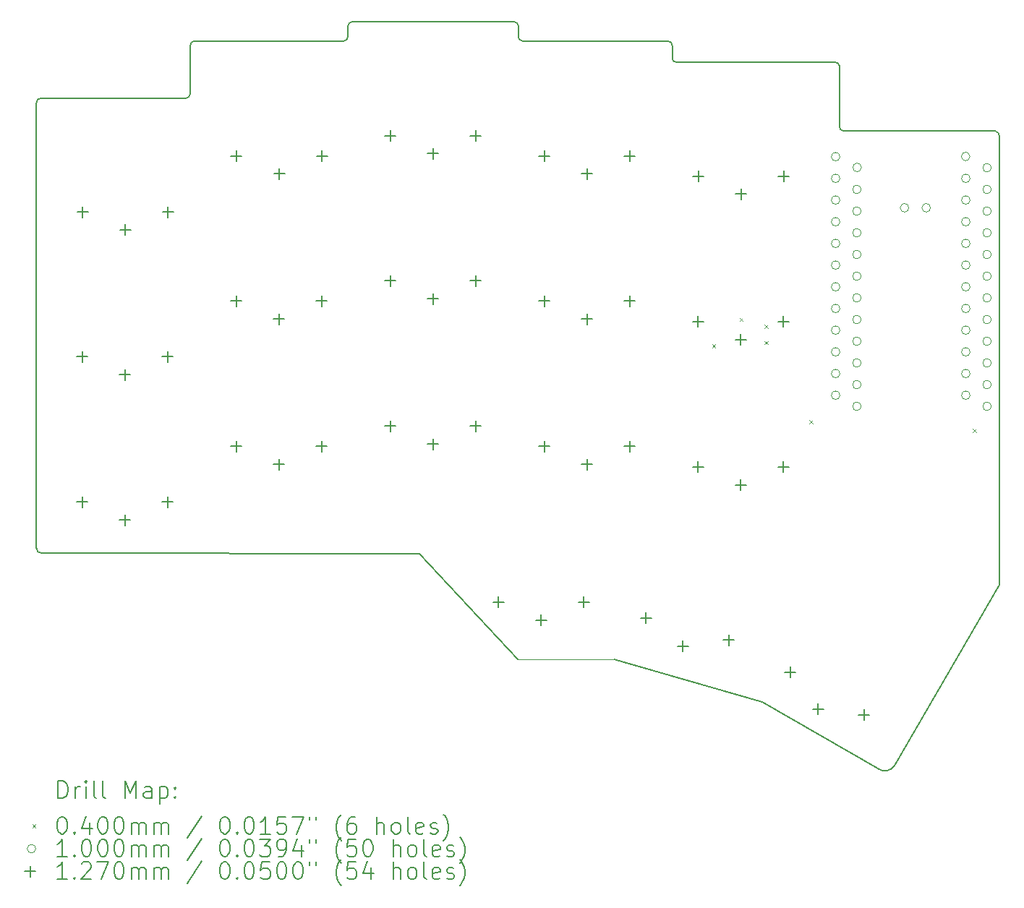
<source format=gbr>
%TF.GenerationSoftware,KiCad,Pcbnew,8.0.4*%
%TF.CreationDate,2024-09-02T16:23:28+07:00*%
%TF.ProjectId,cc36,63633336-2e6b-4696-9361-645f70636258,rev?*%
%TF.SameCoordinates,Original*%
%TF.FileFunction,Drillmap*%
%TF.FilePolarity,Positive*%
%FSLAX45Y45*%
G04 Gerber Fmt 4.5, Leading zero omitted, Abs format (unit mm)*
G04 Created by KiCad (PCBNEW 8.0.4) date 2024-09-02 16:23:28*
%MOMM*%
%LPD*%
G01*
G04 APERTURE LIST*
%ADD10C,0.100000*%
%ADD11C,0.150000*%
%ADD12C,0.200000*%
%ADD13C,0.127000*%
G04 APERTURE END LIST*
D10*
X13188000Y-12179000D02*
X14313719Y-12179315D01*
D11*
X16997964Y-5989871D02*
G75*
G02*
X16950098Y-5939002I2036J49871D01*
G01*
X9349048Y-5556798D02*
G75*
G02*
X9299048Y-5606798I-49998J-2D01*
G01*
X13241400Y-4937200D02*
G75*
G02*
X13191400Y-4887200I0J50000D01*
G01*
X13141400Y-4712200D02*
G75*
G02*
X13191400Y-4762200I0J-50000D01*
G01*
X7549200Y-10871200D02*
X7550000Y-5657200D01*
X9350000Y-4987200D02*
G75*
G02*
X9400000Y-4937200I50000J0D01*
G01*
X14942400Y-4937200D02*
X13241400Y-4937200D01*
X12034281Y-10939685D02*
X7609955Y-10936645D01*
X14942400Y-4937200D02*
G75*
G02*
X14992400Y-4987200I0J-50000D01*
G01*
X13141400Y-4712200D02*
X11245400Y-4712200D01*
X11145400Y-4937200D02*
X9400000Y-4937200D01*
X11195400Y-4887200D02*
G75*
G02*
X11145400Y-4937200I-50000J0D01*
G01*
X11195400Y-4762200D02*
X11195400Y-4887200D01*
X9350000Y-4987200D02*
X9349048Y-5556798D01*
X7609955Y-10936645D02*
G75*
G02*
X7549203Y-10871200I5J60925D01*
G01*
X16900789Y-5185798D02*
X15042400Y-5187200D01*
X14313719Y-12179315D02*
X16048900Y-12678200D01*
X12034281Y-10939685D02*
X13188000Y-12179000D01*
X9299048Y-5606798D02*
X7600000Y-5607200D01*
X7550000Y-5657200D02*
G75*
G02*
X7600000Y-5607200I50000J0D01*
G01*
X18774000Y-5989871D02*
G75*
G02*
X18824005Y-6055155I-17620J-65289D01*
G01*
X17597448Y-13422798D02*
X18822448Y-11304798D01*
X11195400Y-4762200D02*
G75*
G02*
X11245400Y-4712200I50000J0D01*
G01*
X18774000Y-5989871D02*
X16997964Y-5989871D01*
X14992400Y-5137200D02*
X14992400Y-4987200D01*
X18824000Y-6055155D02*
X18822448Y-11304798D01*
X17597448Y-13422798D02*
G75*
G02*
X17404649Y-13460744I-115298J77048D01*
G01*
X15042400Y-5187200D02*
G75*
G02*
X14992400Y-5137200I0J50000D01*
G01*
X13191400Y-4887200D02*
X13191400Y-4762200D01*
X16048900Y-12678200D02*
X17404647Y-13460747D01*
X16949779Y-5225800D02*
X16950000Y-5939000D01*
X16900789Y-5185798D02*
G75*
G02*
X16949782Y-5225799I2J-50002D01*
G01*
D12*
D10*
X15460000Y-8490000D02*
X15500000Y-8530000D01*
X15500000Y-8490000D02*
X15460000Y-8530000D01*
X15780000Y-8180000D02*
X15820000Y-8220000D01*
X15820000Y-8180000D02*
X15780000Y-8220000D01*
X16070000Y-8260000D02*
X16110000Y-8300000D01*
X16110000Y-8260000D02*
X16070000Y-8300000D01*
X16070000Y-8450000D02*
X16110000Y-8490000D01*
X16110000Y-8450000D02*
X16070000Y-8490000D01*
X16600000Y-9380000D02*
X16640000Y-9420000D01*
X16640000Y-9380000D02*
X16600000Y-9420000D01*
X18510000Y-9480000D02*
X18550000Y-9520000D01*
X18550000Y-9480000D02*
X18510000Y-9520000D01*
X16956000Y-6292000D02*
G75*
G02*
X16856000Y-6292000I-50000J0D01*
G01*
X16856000Y-6292000D02*
G75*
G02*
X16956000Y-6292000I50000J0D01*
G01*
X16956000Y-6546000D02*
G75*
G02*
X16856000Y-6546000I-50000J0D01*
G01*
X16856000Y-6546000D02*
G75*
G02*
X16956000Y-6546000I50000J0D01*
G01*
X16956000Y-6800000D02*
G75*
G02*
X16856000Y-6800000I-50000J0D01*
G01*
X16856000Y-6800000D02*
G75*
G02*
X16956000Y-6800000I50000J0D01*
G01*
X16956000Y-7054000D02*
G75*
G02*
X16856000Y-7054000I-50000J0D01*
G01*
X16856000Y-7054000D02*
G75*
G02*
X16956000Y-7054000I50000J0D01*
G01*
X16956000Y-7308000D02*
G75*
G02*
X16856000Y-7308000I-50000J0D01*
G01*
X16856000Y-7308000D02*
G75*
G02*
X16956000Y-7308000I50000J0D01*
G01*
X16956000Y-7562000D02*
G75*
G02*
X16856000Y-7562000I-50000J0D01*
G01*
X16856000Y-7562000D02*
G75*
G02*
X16956000Y-7562000I50000J0D01*
G01*
X16956000Y-7816000D02*
G75*
G02*
X16856000Y-7816000I-50000J0D01*
G01*
X16856000Y-7816000D02*
G75*
G02*
X16956000Y-7816000I50000J0D01*
G01*
X16956000Y-8070000D02*
G75*
G02*
X16856000Y-8070000I-50000J0D01*
G01*
X16856000Y-8070000D02*
G75*
G02*
X16956000Y-8070000I50000J0D01*
G01*
X16956000Y-8324000D02*
G75*
G02*
X16856000Y-8324000I-50000J0D01*
G01*
X16856000Y-8324000D02*
G75*
G02*
X16956000Y-8324000I50000J0D01*
G01*
X16956000Y-8578000D02*
G75*
G02*
X16856000Y-8578000I-50000J0D01*
G01*
X16856000Y-8578000D02*
G75*
G02*
X16956000Y-8578000I50000J0D01*
G01*
X16956000Y-8832000D02*
G75*
G02*
X16856000Y-8832000I-50000J0D01*
G01*
X16856000Y-8832000D02*
G75*
G02*
X16956000Y-8832000I50000J0D01*
G01*
X16956000Y-9086000D02*
G75*
G02*
X16856000Y-9086000I-50000J0D01*
G01*
X16856000Y-9086000D02*
G75*
G02*
X16956000Y-9086000I50000J0D01*
G01*
X17205000Y-6675000D02*
G75*
G02*
X17105000Y-6675000I-50000J0D01*
G01*
X17105000Y-6675000D02*
G75*
G02*
X17205000Y-6675000I50000J0D01*
G01*
X17205000Y-6929000D02*
G75*
G02*
X17105000Y-6929000I-50000J0D01*
G01*
X17105000Y-6929000D02*
G75*
G02*
X17205000Y-6929000I50000J0D01*
G01*
X17205000Y-7183000D02*
G75*
G02*
X17105000Y-7183000I-50000J0D01*
G01*
X17105000Y-7183000D02*
G75*
G02*
X17205000Y-7183000I50000J0D01*
G01*
X17205000Y-7437000D02*
G75*
G02*
X17105000Y-7437000I-50000J0D01*
G01*
X17105000Y-7437000D02*
G75*
G02*
X17205000Y-7437000I50000J0D01*
G01*
X17205000Y-7691000D02*
G75*
G02*
X17105000Y-7691000I-50000J0D01*
G01*
X17105000Y-7691000D02*
G75*
G02*
X17205000Y-7691000I50000J0D01*
G01*
X17205000Y-7945000D02*
G75*
G02*
X17105000Y-7945000I-50000J0D01*
G01*
X17105000Y-7945000D02*
G75*
G02*
X17205000Y-7945000I50000J0D01*
G01*
X17205000Y-8199000D02*
G75*
G02*
X17105000Y-8199000I-50000J0D01*
G01*
X17105000Y-8199000D02*
G75*
G02*
X17205000Y-8199000I50000J0D01*
G01*
X17205000Y-8453000D02*
G75*
G02*
X17105000Y-8453000I-50000J0D01*
G01*
X17105000Y-8453000D02*
G75*
G02*
X17205000Y-8453000I50000J0D01*
G01*
X17205000Y-8707000D02*
G75*
G02*
X17105000Y-8707000I-50000J0D01*
G01*
X17105000Y-8707000D02*
G75*
G02*
X17205000Y-8707000I50000J0D01*
G01*
X17205000Y-8961000D02*
G75*
G02*
X17105000Y-8961000I-50000J0D01*
G01*
X17105000Y-8961000D02*
G75*
G02*
X17205000Y-8961000I50000J0D01*
G01*
X17205000Y-9215000D02*
G75*
G02*
X17105000Y-9215000I-50000J0D01*
G01*
X17105000Y-9215000D02*
G75*
G02*
X17205000Y-9215000I50000J0D01*
G01*
X17207000Y-6418000D02*
G75*
G02*
X17107000Y-6418000I-50000J0D01*
G01*
X17107000Y-6418000D02*
G75*
G02*
X17207000Y-6418000I50000J0D01*
G01*
X17763000Y-6890000D02*
G75*
G02*
X17663000Y-6890000I-50000J0D01*
G01*
X17663000Y-6890000D02*
G75*
G02*
X17763000Y-6890000I50000J0D01*
G01*
X18017000Y-6890000D02*
G75*
G02*
X17917000Y-6890000I-50000J0D01*
G01*
X17917000Y-6890000D02*
G75*
G02*
X18017000Y-6890000I50000J0D01*
G01*
X18478000Y-6289000D02*
G75*
G02*
X18378000Y-6289000I-50000J0D01*
G01*
X18378000Y-6289000D02*
G75*
G02*
X18478000Y-6289000I50000J0D01*
G01*
X18480000Y-6546000D02*
G75*
G02*
X18380000Y-6546000I-50000J0D01*
G01*
X18380000Y-6546000D02*
G75*
G02*
X18480000Y-6546000I50000J0D01*
G01*
X18480000Y-6800000D02*
G75*
G02*
X18380000Y-6800000I-50000J0D01*
G01*
X18380000Y-6800000D02*
G75*
G02*
X18480000Y-6800000I50000J0D01*
G01*
X18480000Y-7054000D02*
G75*
G02*
X18380000Y-7054000I-50000J0D01*
G01*
X18380000Y-7054000D02*
G75*
G02*
X18480000Y-7054000I50000J0D01*
G01*
X18480000Y-7308000D02*
G75*
G02*
X18380000Y-7308000I-50000J0D01*
G01*
X18380000Y-7308000D02*
G75*
G02*
X18480000Y-7308000I50000J0D01*
G01*
X18480000Y-7562000D02*
G75*
G02*
X18380000Y-7562000I-50000J0D01*
G01*
X18380000Y-7562000D02*
G75*
G02*
X18480000Y-7562000I50000J0D01*
G01*
X18480000Y-7816000D02*
G75*
G02*
X18380000Y-7816000I-50000J0D01*
G01*
X18380000Y-7816000D02*
G75*
G02*
X18480000Y-7816000I50000J0D01*
G01*
X18480000Y-8070000D02*
G75*
G02*
X18380000Y-8070000I-50000J0D01*
G01*
X18380000Y-8070000D02*
G75*
G02*
X18480000Y-8070000I50000J0D01*
G01*
X18480000Y-8324000D02*
G75*
G02*
X18380000Y-8324000I-50000J0D01*
G01*
X18380000Y-8324000D02*
G75*
G02*
X18480000Y-8324000I50000J0D01*
G01*
X18480000Y-8578000D02*
G75*
G02*
X18380000Y-8578000I-50000J0D01*
G01*
X18380000Y-8578000D02*
G75*
G02*
X18480000Y-8578000I50000J0D01*
G01*
X18480000Y-8832000D02*
G75*
G02*
X18380000Y-8832000I-50000J0D01*
G01*
X18380000Y-8832000D02*
G75*
G02*
X18480000Y-8832000I50000J0D01*
G01*
X18480000Y-9086000D02*
G75*
G02*
X18380000Y-9086000I-50000J0D01*
G01*
X18380000Y-9086000D02*
G75*
G02*
X18480000Y-9086000I50000J0D01*
G01*
X18729000Y-6421000D02*
G75*
G02*
X18629000Y-6421000I-50000J0D01*
G01*
X18629000Y-6421000D02*
G75*
G02*
X18729000Y-6421000I50000J0D01*
G01*
X18729000Y-6675000D02*
G75*
G02*
X18629000Y-6675000I-50000J0D01*
G01*
X18629000Y-6675000D02*
G75*
G02*
X18729000Y-6675000I50000J0D01*
G01*
X18729000Y-6929000D02*
G75*
G02*
X18629000Y-6929000I-50000J0D01*
G01*
X18629000Y-6929000D02*
G75*
G02*
X18729000Y-6929000I50000J0D01*
G01*
X18729000Y-7183000D02*
G75*
G02*
X18629000Y-7183000I-50000J0D01*
G01*
X18629000Y-7183000D02*
G75*
G02*
X18729000Y-7183000I50000J0D01*
G01*
X18729000Y-7437000D02*
G75*
G02*
X18629000Y-7437000I-50000J0D01*
G01*
X18629000Y-7437000D02*
G75*
G02*
X18729000Y-7437000I50000J0D01*
G01*
X18729000Y-7691000D02*
G75*
G02*
X18629000Y-7691000I-50000J0D01*
G01*
X18629000Y-7691000D02*
G75*
G02*
X18729000Y-7691000I50000J0D01*
G01*
X18729000Y-7945000D02*
G75*
G02*
X18629000Y-7945000I-50000J0D01*
G01*
X18629000Y-7945000D02*
G75*
G02*
X18729000Y-7945000I50000J0D01*
G01*
X18729000Y-8199000D02*
G75*
G02*
X18629000Y-8199000I-50000J0D01*
G01*
X18629000Y-8199000D02*
G75*
G02*
X18729000Y-8199000I50000J0D01*
G01*
X18729000Y-8453000D02*
G75*
G02*
X18629000Y-8453000I-50000J0D01*
G01*
X18629000Y-8453000D02*
G75*
G02*
X18729000Y-8453000I50000J0D01*
G01*
X18729000Y-8707000D02*
G75*
G02*
X18629000Y-8707000I-50000J0D01*
G01*
X18629000Y-8707000D02*
G75*
G02*
X18729000Y-8707000I50000J0D01*
G01*
X18729000Y-8961000D02*
G75*
G02*
X18629000Y-8961000I-50000J0D01*
G01*
X18629000Y-8961000D02*
G75*
G02*
X18729000Y-8961000I50000J0D01*
G01*
X18729000Y-9215000D02*
G75*
G02*
X18629000Y-9215000I-50000J0D01*
G01*
X18629000Y-9215000D02*
G75*
G02*
X18729000Y-9215000I50000J0D01*
G01*
D13*
X8085200Y-8571500D02*
X8085200Y-8698500D01*
X8021700Y-8635000D02*
X8148700Y-8635000D01*
X8085200Y-10273300D02*
X8085200Y-10400300D01*
X8021700Y-10336800D02*
X8148700Y-10336800D01*
X8091000Y-6874500D02*
X8091000Y-7001500D01*
X8027500Y-6938000D02*
X8154500Y-6938000D01*
X8585200Y-8781500D02*
X8585200Y-8908500D01*
X8521700Y-8845000D02*
X8648700Y-8845000D01*
X8585200Y-10483300D02*
X8585200Y-10610300D01*
X8521700Y-10546800D02*
X8648700Y-10546800D01*
X8591000Y-7084500D02*
X8591000Y-7211500D01*
X8527500Y-7148000D02*
X8654500Y-7148000D01*
X9085200Y-8571500D02*
X9085200Y-8698500D01*
X9021700Y-8635000D02*
X9148700Y-8635000D01*
X9085200Y-10273300D02*
X9085200Y-10400300D01*
X9021700Y-10336800D02*
X9148700Y-10336800D01*
X9091000Y-6874500D02*
X9091000Y-7001500D01*
X9027500Y-6938000D02*
X9154500Y-6938000D01*
X9887000Y-7917500D02*
X9887000Y-8044500D01*
X9823500Y-7981000D02*
X9950500Y-7981000D01*
X9887000Y-9619300D02*
X9887000Y-9746300D01*
X9823500Y-9682800D02*
X9950500Y-9682800D01*
X9891000Y-6218500D02*
X9891000Y-6345500D01*
X9827500Y-6282000D02*
X9954500Y-6282000D01*
X10387000Y-8127500D02*
X10387000Y-8254500D01*
X10323500Y-8191000D02*
X10450500Y-8191000D01*
X10387000Y-9829300D02*
X10387000Y-9956300D01*
X10323500Y-9892800D02*
X10450500Y-9892800D01*
X10391000Y-6428500D02*
X10391000Y-6555500D01*
X10327500Y-6492000D02*
X10454500Y-6492000D01*
X10887000Y-7917500D02*
X10887000Y-8044500D01*
X10823500Y-7981000D02*
X10950500Y-7981000D01*
X10887000Y-9619300D02*
X10887000Y-9746300D01*
X10823500Y-9682800D02*
X10950500Y-9682800D01*
X10891000Y-6218500D02*
X10891000Y-6345500D01*
X10827500Y-6282000D02*
X10954500Y-6282000D01*
X11691000Y-5982500D02*
X11691000Y-6109500D01*
X11627500Y-6046000D02*
X11754500Y-6046000D01*
X11691000Y-7680500D02*
X11691000Y-7807500D01*
X11627500Y-7744000D02*
X11754500Y-7744000D01*
X11691000Y-9382300D02*
X11691000Y-9509300D01*
X11627500Y-9445800D02*
X11754500Y-9445800D01*
X12191000Y-6192500D02*
X12191000Y-6319500D01*
X12127500Y-6256000D02*
X12254500Y-6256000D01*
X12191000Y-7890500D02*
X12191000Y-8017500D01*
X12127500Y-7954000D02*
X12254500Y-7954000D01*
X12191000Y-9592300D02*
X12191000Y-9719300D01*
X12127500Y-9655800D02*
X12254500Y-9655800D01*
X12691000Y-5982500D02*
X12691000Y-6109500D01*
X12627500Y-6046000D02*
X12754500Y-6046000D01*
X12691000Y-7680500D02*
X12691000Y-7807500D01*
X12627500Y-7744000D02*
X12754500Y-7744000D01*
X12691000Y-9382300D02*
X12691000Y-9509300D01*
X12627500Y-9445800D02*
X12754500Y-9445800D01*
X12957000Y-11445500D02*
X12957000Y-11572500D01*
X12893500Y-11509000D02*
X13020500Y-11509000D01*
X13457000Y-11655500D02*
X13457000Y-11782500D01*
X13393500Y-11719000D02*
X13520500Y-11719000D01*
X13495400Y-6218500D02*
X13495400Y-6345500D01*
X13431900Y-6282000D02*
X13558900Y-6282000D01*
X13495400Y-7919700D02*
X13495400Y-8046700D01*
X13431900Y-7983200D02*
X13558900Y-7983200D01*
X13495400Y-9621500D02*
X13495400Y-9748500D01*
X13431900Y-9685000D02*
X13558900Y-9685000D01*
X13957000Y-11445500D02*
X13957000Y-11572500D01*
X13893500Y-11509000D02*
X14020500Y-11509000D01*
X13995400Y-6428500D02*
X13995400Y-6555500D01*
X13931900Y-6492000D02*
X14058900Y-6492000D01*
X13995400Y-8129700D02*
X13995400Y-8256700D01*
X13931900Y-8193200D02*
X14058900Y-8193200D01*
X13995400Y-9831500D02*
X13995400Y-9958500D01*
X13931900Y-9895000D02*
X14058900Y-9895000D01*
X14495400Y-6218500D02*
X14495400Y-6345500D01*
X14431900Y-6282000D02*
X14558900Y-6282000D01*
X14495400Y-7919700D02*
X14495400Y-8046700D01*
X14431900Y-7983200D02*
X14558900Y-7983200D01*
X14495400Y-9621500D02*
X14495400Y-9748500D01*
X14431900Y-9685000D02*
X14558900Y-9685000D01*
X14687389Y-11630246D02*
X14687389Y-11757246D01*
X14623889Y-11693746D02*
X14750889Y-11693746D01*
X15116000Y-11962500D02*
X15116000Y-12089500D01*
X15052500Y-12026000D02*
X15179500Y-12026000D01*
X15294000Y-8160500D02*
X15294000Y-8287500D01*
X15230500Y-8224000D02*
X15357500Y-8224000D01*
X15294000Y-9862300D02*
X15294000Y-9989300D01*
X15230500Y-9925800D02*
X15357500Y-9925800D01*
X15298800Y-6456500D02*
X15298800Y-6583500D01*
X15235300Y-6520000D02*
X15362300Y-6520000D01*
X15653315Y-11889065D02*
X15653315Y-12016065D01*
X15589815Y-11952565D02*
X15716815Y-11952565D01*
X15794000Y-8370500D02*
X15794000Y-8497500D01*
X15730500Y-8434000D02*
X15857500Y-8434000D01*
X15794000Y-10072300D02*
X15794000Y-10199300D01*
X15730500Y-10135800D02*
X15857500Y-10135800D01*
X15798800Y-6666500D02*
X15798800Y-6793500D01*
X15735300Y-6730000D02*
X15862300Y-6730000D01*
X16294000Y-8160500D02*
X16294000Y-8287500D01*
X16230500Y-8224000D02*
X16357500Y-8224000D01*
X16294000Y-9862300D02*
X16294000Y-9989300D01*
X16230500Y-9925800D02*
X16357500Y-9925800D01*
X16298800Y-6456500D02*
X16298800Y-6583500D01*
X16235300Y-6520000D02*
X16362300Y-6520000D01*
X16373987Y-12266635D02*
X16373987Y-12393635D01*
X16310487Y-12330135D02*
X16437487Y-12330135D01*
X16702000Y-12698500D02*
X16702000Y-12825500D01*
X16638500Y-12762000D02*
X16765500Y-12762000D01*
X17240013Y-12766635D02*
X17240013Y-12893635D01*
X17176513Y-12830135D02*
X17303513Y-12830135D01*
D12*
X7802312Y-13803406D02*
X7802312Y-13603406D01*
X7802312Y-13603406D02*
X7849931Y-13603406D01*
X7849931Y-13603406D02*
X7878503Y-13612930D01*
X7878503Y-13612930D02*
X7897550Y-13631978D01*
X7897550Y-13631978D02*
X7907074Y-13651025D01*
X7907074Y-13651025D02*
X7916598Y-13689120D01*
X7916598Y-13689120D02*
X7916598Y-13717692D01*
X7916598Y-13717692D02*
X7907074Y-13755787D01*
X7907074Y-13755787D02*
X7897550Y-13774835D01*
X7897550Y-13774835D02*
X7878503Y-13793882D01*
X7878503Y-13793882D02*
X7849931Y-13803406D01*
X7849931Y-13803406D02*
X7802312Y-13803406D01*
X8002312Y-13803406D02*
X8002312Y-13670073D01*
X8002312Y-13708168D02*
X8011836Y-13689120D01*
X8011836Y-13689120D02*
X8021360Y-13679597D01*
X8021360Y-13679597D02*
X8040407Y-13670073D01*
X8040407Y-13670073D02*
X8059455Y-13670073D01*
X8126122Y-13803406D02*
X8126122Y-13670073D01*
X8126122Y-13603406D02*
X8116598Y-13612930D01*
X8116598Y-13612930D02*
X8126122Y-13622454D01*
X8126122Y-13622454D02*
X8135645Y-13612930D01*
X8135645Y-13612930D02*
X8126122Y-13603406D01*
X8126122Y-13603406D02*
X8126122Y-13622454D01*
X8249931Y-13803406D02*
X8230883Y-13793882D01*
X8230883Y-13793882D02*
X8221360Y-13774835D01*
X8221360Y-13774835D02*
X8221360Y-13603406D01*
X8354693Y-13803406D02*
X8335645Y-13793882D01*
X8335645Y-13793882D02*
X8326122Y-13774835D01*
X8326122Y-13774835D02*
X8326122Y-13603406D01*
X8583265Y-13803406D02*
X8583265Y-13603406D01*
X8583265Y-13603406D02*
X8649931Y-13746263D01*
X8649931Y-13746263D02*
X8716598Y-13603406D01*
X8716598Y-13603406D02*
X8716598Y-13803406D01*
X8897550Y-13803406D02*
X8897550Y-13698644D01*
X8897550Y-13698644D02*
X8888026Y-13679597D01*
X8888026Y-13679597D02*
X8868979Y-13670073D01*
X8868979Y-13670073D02*
X8830884Y-13670073D01*
X8830884Y-13670073D02*
X8811836Y-13679597D01*
X8897550Y-13793882D02*
X8878503Y-13803406D01*
X8878503Y-13803406D02*
X8830884Y-13803406D01*
X8830884Y-13803406D02*
X8811836Y-13793882D01*
X8811836Y-13793882D02*
X8802312Y-13774835D01*
X8802312Y-13774835D02*
X8802312Y-13755787D01*
X8802312Y-13755787D02*
X8811836Y-13736739D01*
X8811836Y-13736739D02*
X8830884Y-13727216D01*
X8830884Y-13727216D02*
X8878503Y-13727216D01*
X8878503Y-13727216D02*
X8897550Y-13717692D01*
X8992788Y-13670073D02*
X8992788Y-13870073D01*
X8992788Y-13679597D02*
X9011836Y-13670073D01*
X9011836Y-13670073D02*
X9049931Y-13670073D01*
X9049931Y-13670073D02*
X9068979Y-13679597D01*
X9068979Y-13679597D02*
X9078503Y-13689120D01*
X9078503Y-13689120D02*
X9088026Y-13708168D01*
X9088026Y-13708168D02*
X9088026Y-13765311D01*
X9088026Y-13765311D02*
X9078503Y-13784358D01*
X9078503Y-13784358D02*
X9068979Y-13793882D01*
X9068979Y-13793882D02*
X9049931Y-13803406D01*
X9049931Y-13803406D02*
X9011836Y-13803406D01*
X9011836Y-13803406D02*
X8992788Y-13793882D01*
X9173741Y-13784358D02*
X9183265Y-13793882D01*
X9183265Y-13793882D02*
X9173741Y-13803406D01*
X9173741Y-13803406D02*
X9164217Y-13793882D01*
X9164217Y-13793882D02*
X9173741Y-13784358D01*
X9173741Y-13784358D02*
X9173741Y-13803406D01*
X9173741Y-13679597D02*
X9183265Y-13689120D01*
X9183265Y-13689120D02*
X9173741Y-13698644D01*
X9173741Y-13698644D02*
X9164217Y-13689120D01*
X9164217Y-13689120D02*
X9173741Y-13679597D01*
X9173741Y-13679597D02*
X9173741Y-13698644D01*
D10*
X7501535Y-14111922D02*
X7541535Y-14151922D01*
X7541535Y-14111922D02*
X7501535Y-14151922D01*
D12*
X7840407Y-14023406D02*
X7859455Y-14023406D01*
X7859455Y-14023406D02*
X7878503Y-14032930D01*
X7878503Y-14032930D02*
X7888026Y-14042454D01*
X7888026Y-14042454D02*
X7897550Y-14061501D01*
X7897550Y-14061501D02*
X7907074Y-14099597D01*
X7907074Y-14099597D02*
X7907074Y-14147216D01*
X7907074Y-14147216D02*
X7897550Y-14185311D01*
X7897550Y-14185311D02*
X7888026Y-14204358D01*
X7888026Y-14204358D02*
X7878503Y-14213882D01*
X7878503Y-14213882D02*
X7859455Y-14223406D01*
X7859455Y-14223406D02*
X7840407Y-14223406D01*
X7840407Y-14223406D02*
X7821360Y-14213882D01*
X7821360Y-14213882D02*
X7811836Y-14204358D01*
X7811836Y-14204358D02*
X7802312Y-14185311D01*
X7802312Y-14185311D02*
X7792788Y-14147216D01*
X7792788Y-14147216D02*
X7792788Y-14099597D01*
X7792788Y-14099597D02*
X7802312Y-14061501D01*
X7802312Y-14061501D02*
X7811836Y-14042454D01*
X7811836Y-14042454D02*
X7821360Y-14032930D01*
X7821360Y-14032930D02*
X7840407Y-14023406D01*
X7992788Y-14204358D02*
X8002312Y-14213882D01*
X8002312Y-14213882D02*
X7992788Y-14223406D01*
X7992788Y-14223406D02*
X7983264Y-14213882D01*
X7983264Y-14213882D02*
X7992788Y-14204358D01*
X7992788Y-14204358D02*
X7992788Y-14223406D01*
X8173741Y-14090073D02*
X8173741Y-14223406D01*
X8126122Y-14013882D02*
X8078503Y-14156739D01*
X8078503Y-14156739D02*
X8202312Y-14156739D01*
X8316598Y-14023406D02*
X8335645Y-14023406D01*
X8335645Y-14023406D02*
X8354693Y-14032930D01*
X8354693Y-14032930D02*
X8364217Y-14042454D01*
X8364217Y-14042454D02*
X8373741Y-14061501D01*
X8373741Y-14061501D02*
X8383264Y-14099597D01*
X8383264Y-14099597D02*
X8383264Y-14147216D01*
X8383264Y-14147216D02*
X8373741Y-14185311D01*
X8373741Y-14185311D02*
X8364217Y-14204358D01*
X8364217Y-14204358D02*
X8354693Y-14213882D01*
X8354693Y-14213882D02*
X8335645Y-14223406D01*
X8335645Y-14223406D02*
X8316598Y-14223406D01*
X8316598Y-14223406D02*
X8297550Y-14213882D01*
X8297550Y-14213882D02*
X8288026Y-14204358D01*
X8288026Y-14204358D02*
X8278503Y-14185311D01*
X8278503Y-14185311D02*
X8268979Y-14147216D01*
X8268979Y-14147216D02*
X8268979Y-14099597D01*
X8268979Y-14099597D02*
X8278503Y-14061501D01*
X8278503Y-14061501D02*
X8288026Y-14042454D01*
X8288026Y-14042454D02*
X8297550Y-14032930D01*
X8297550Y-14032930D02*
X8316598Y-14023406D01*
X8507074Y-14023406D02*
X8526122Y-14023406D01*
X8526122Y-14023406D02*
X8545169Y-14032930D01*
X8545169Y-14032930D02*
X8554693Y-14042454D01*
X8554693Y-14042454D02*
X8564217Y-14061501D01*
X8564217Y-14061501D02*
X8573741Y-14099597D01*
X8573741Y-14099597D02*
X8573741Y-14147216D01*
X8573741Y-14147216D02*
X8564217Y-14185311D01*
X8564217Y-14185311D02*
X8554693Y-14204358D01*
X8554693Y-14204358D02*
X8545169Y-14213882D01*
X8545169Y-14213882D02*
X8526122Y-14223406D01*
X8526122Y-14223406D02*
X8507074Y-14223406D01*
X8507074Y-14223406D02*
X8488026Y-14213882D01*
X8488026Y-14213882D02*
X8478503Y-14204358D01*
X8478503Y-14204358D02*
X8468979Y-14185311D01*
X8468979Y-14185311D02*
X8459455Y-14147216D01*
X8459455Y-14147216D02*
X8459455Y-14099597D01*
X8459455Y-14099597D02*
X8468979Y-14061501D01*
X8468979Y-14061501D02*
X8478503Y-14042454D01*
X8478503Y-14042454D02*
X8488026Y-14032930D01*
X8488026Y-14032930D02*
X8507074Y-14023406D01*
X8659455Y-14223406D02*
X8659455Y-14090073D01*
X8659455Y-14109120D02*
X8668979Y-14099597D01*
X8668979Y-14099597D02*
X8688026Y-14090073D01*
X8688026Y-14090073D02*
X8716598Y-14090073D01*
X8716598Y-14090073D02*
X8735646Y-14099597D01*
X8735646Y-14099597D02*
X8745169Y-14118644D01*
X8745169Y-14118644D02*
X8745169Y-14223406D01*
X8745169Y-14118644D02*
X8754693Y-14099597D01*
X8754693Y-14099597D02*
X8773741Y-14090073D01*
X8773741Y-14090073D02*
X8802312Y-14090073D01*
X8802312Y-14090073D02*
X8821360Y-14099597D01*
X8821360Y-14099597D02*
X8830884Y-14118644D01*
X8830884Y-14118644D02*
X8830884Y-14223406D01*
X8926122Y-14223406D02*
X8926122Y-14090073D01*
X8926122Y-14109120D02*
X8935646Y-14099597D01*
X8935646Y-14099597D02*
X8954693Y-14090073D01*
X8954693Y-14090073D02*
X8983265Y-14090073D01*
X8983265Y-14090073D02*
X9002312Y-14099597D01*
X9002312Y-14099597D02*
X9011836Y-14118644D01*
X9011836Y-14118644D02*
X9011836Y-14223406D01*
X9011836Y-14118644D02*
X9021360Y-14099597D01*
X9021360Y-14099597D02*
X9040407Y-14090073D01*
X9040407Y-14090073D02*
X9068979Y-14090073D01*
X9068979Y-14090073D02*
X9088027Y-14099597D01*
X9088027Y-14099597D02*
X9097550Y-14118644D01*
X9097550Y-14118644D02*
X9097550Y-14223406D01*
X9488027Y-14013882D02*
X9316598Y-14271025D01*
X9745169Y-14023406D02*
X9764217Y-14023406D01*
X9764217Y-14023406D02*
X9783265Y-14032930D01*
X9783265Y-14032930D02*
X9792789Y-14042454D01*
X9792789Y-14042454D02*
X9802312Y-14061501D01*
X9802312Y-14061501D02*
X9811836Y-14099597D01*
X9811836Y-14099597D02*
X9811836Y-14147216D01*
X9811836Y-14147216D02*
X9802312Y-14185311D01*
X9802312Y-14185311D02*
X9792789Y-14204358D01*
X9792789Y-14204358D02*
X9783265Y-14213882D01*
X9783265Y-14213882D02*
X9764217Y-14223406D01*
X9764217Y-14223406D02*
X9745169Y-14223406D01*
X9745169Y-14223406D02*
X9726122Y-14213882D01*
X9726122Y-14213882D02*
X9716598Y-14204358D01*
X9716598Y-14204358D02*
X9707074Y-14185311D01*
X9707074Y-14185311D02*
X9697550Y-14147216D01*
X9697550Y-14147216D02*
X9697550Y-14099597D01*
X9697550Y-14099597D02*
X9707074Y-14061501D01*
X9707074Y-14061501D02*
X9716598Y-14042454D01*
X9716598Y-14042454D02*
X9726122Y-14032930D01*
X9726122Y-14032930D02*
X9745169Y-14023406D01*
X9897550Y-14204358D02*
X9907074Y-14213882D01*
X9907074Y-14213882D02*
X9897550Y-14223406D01*
X9897550Y-14223406D02*
X9888027Y-14213882D01*
X9888027Y-14213882D02*
X9897550Y-14204358D01*
X9897550Y-14204358D02*
X9897550Y-14223406D01*
X10030884Y-14023406D02*
X10049931Y-14023406D01*
X10049931Y-14023406D02*
X10068979Y-14032930D01*
X10068979Y-14032930D02*
X10078503Y-14042454D01*
X10078503Y-14042454D02*
X10088027Y-14061501D01*
X10088027Y-14061501D02*
X10097550Y-14099597D01*
X10097550Y-14099597D02*
X10097550Y-14147216D01*
X10097550Y-14147216D02*
X10088027Y-14185311D01*
X10088027Y-14185311D02*
X10078503Y-14204358D01*
X10078503Y-14204358D02*
X10068979Y-14213882D01*
X10068979Y-14213882D02*
X10049931Y-14223406D01*
X10049931Y-14223406D02*
X10030884Y-14223406D01*
X10030884Y-14223406D02*
X10011836Y-14213882D01*
X10011836Y-14213882D02*
X10002312Y-14204358D01*
X10002312Y-14204358D02*
X9992789Y-14185311D01*
X9992789Y-14185311D02*
X9983265Y-14147216D01*
X9983265Y-14147216D02*
X9983265Y-14099597D01*
X9983265Y-14099597D02*
X9992789Y-14061501D01*
X9992789Y-14061501D02*
X10002312Y-14042454D01*
X10002312Y-14042454D02*
X10011836Y-14032930D01*
X10011836Y-14032930D02*
X10030884Y-14023406D01*
X10288027Y-14223406D02*
X10173741Y-14223406D01*
X10230884Y-14223406D02*
X10230884Y-14023406D01*
X10230884Y-14023406D02*
X10211836Y-14051978D01*
X10211836Y-14051978D02*
X10192789Y-14071025D01*
X10192789Y-14071025D02*
X10173741Y-14080549D01*
X10468979Y-14023406D02*
X10373741Y-14023406D01*
X10373741Y-14023406D02*
X10364217Y-14118644D01*
X10364217Y-14118644D02*
X10373741Y-14109120D01*
X10373741Y-14109120D02*
X10392789Y-14099597D01*
X10392789Y-14099597D02*
X10440408Y-14099597D01*
X10440408Y-14099597D02*
X10459455Y-14109120D01*
X10459455Y-14109120D02*
X10468979Y-14118644D01*
X10468979Y-14118644D02*
X10478503Y-14137692D01*
X10478503Y-14137692D02*
X10478503Y-14185311D01*
X10478503Y-14185311D02*
X10468979Y-14204358D01*
X10468979Y-14204358D02*
X10459455Y-14213882D01*
X10459455Y-14213882D02*
X10440408Y-14223406D01*
X10440408Y-14223406D02*
X10392789Y-14223406D01*
X10392789Y-14223406D02*
X10373741Y-14213882D01*
X10373741Y-14213882D02*
X10364217Y-14204358D01*
X10545170Y-14023406D02*
X10678503Y-14023406D01*
X10678503Y-14023406D02*
X10592789Y-14223406D01*
X10745170Y-14023406D02*
X10745170Y-14061501D01*
X10821360Y-14023406D02*
X10821360Y-14061501D01*
X11116598Y-14299597D02*
X11107074Y-14290073D01*
X11107074Y-14290073D02*
X11088027Y-14261501D01*
X11088027Y-14261501D02*
X11078503Y-14242454D01*
X11078503Y-14242454D02*
X11068979Y-14213882D01*
X11068979Y-14213882D02*
X11059455Y-14166263D01*
X11059455Y-14166263D02*
X11059455Y-14128168D01*
X11059455Y-14128168D02*
X11068979Y-14080549D01*
X11068979Y-14080549D02*
X11078503Y-14051978D01*
X11078503Y-14051978D02*
X11088027Y-14032930D01*
X11088027Y-14032930D02*
X11107074Y-14004358D01*
X11107074Y-14004358D02*
X11116598Y-13994835D01*
X11278503Y-14023406D02*
X11240408Y-14023406D01*
X11240408Y-14023406D02*
X11221360Y-14032930D01*
X11221360Y-14032930D02*
X11211836Y-14042454D01*
X11211836Y-14042454D02*
X11192789Y-14071025D01*
X11192789Y-14071025D02*
X11183265Y-14109120D01*
X11183265Y-14109120D02*
X11183265Y-14185311D01*
X11183265Y-14185311D02*
X11192789Y-14204358D01*
X11192789Y-14204358D02*
X11202312Y-14213882D01*
X11202312Y-14213882D02*
X11221360Y-14223406D01*
X11221360Y-14223406D02*
X11259455Y-14223406D01*
X11259455Y-14223406D02*
X11278503Y-14213882D01*
X11278503Y-14213882D02*
X11288027Y-14204358D01*
X11288027Y-14204358D02*
X11297550Y-14185311D01*
X11297550Y-14185311D02*
X11297550Y-14137692D01*
X11297550Y-14137692D02*
X11288027Y-14118644D01*
X11288027Y-14118644D02*
X11278503Y-14109120D01*
X11278503Y-14109120D02*
X11259455Y-14099597D01*
X11259455Y-14099597D02*
X11221360Y-14099597D01*
X11221360Y-14099597D02*
X11202312Y-14109120D01*
X11202312Y-14109120D02*
X11192789Y-14118644D01*
X11192789Y-14118644D02*
X11183265Y-14137692D01*
X11535646Y-14223406D02*
X11535646Y-14023406D01*
X11621360Y-14223406D02*
X11621360Y-14118644D01*
X11621360Y-14118644D02*
X11611836Y-14099597D01*
X11611836Y-14099597D02*
X11592789Y-14090073D01*
X11592789Y-14090073D02*
X11564217Y-14090073D01*
X11564217Y-14090073D02*
X11545170Y-14099597D01*
X11545170Y-14099597D02*
X11535646Y-14109120D01*
X11745170Y-14223406D02*
X11726122Y-14213882D01*
X11726122Y-14213882D02*
X11716598Y-14204358D01*
X11716598Y-14204358D02*
X11707074Y-14185311D01*
X11707074Y-14185311D02*
X11707074Y-14128168D01*
X11707074Y-14128168D02*
X11716598Y-14109120D01*
X11716598Y-14109120D02*
X11726122Y-14099597D01*
X11726122Y-14099597D02*
X11745170Y-14090073D01*
X11745170Y-14090073D02*
X11773741Y-14090073D01*
X11773741Y-14090073D02*
X11792789Y-14099597D01*
X11792789Y-14099597D02*
X11802312Y-14109120D01*
X11802312Y-14109120D02*
X11811836Y-14128168D01*
X11811836Y-14128168D02*
X11811836Y-14185311D01*
X11811836Y-14185311D02*
X11802312Y-14204358D01*
X11802312Y-14204358D02*
X11792789Y-14213882D01*
X11792789Y-14213882D02*
X11773741Y-14223406D01*
X11773741Y-14223406D02*
X11745170Y-14223406D01*
X11926122Y-14223406D02*
X11907074Y-14213882D01*
X11907074Y-14213882D02*
X11897551Y-14194835D01*
X11897551Y-14194835D02*
X11897551Y-14023406D01*
X12078503Y-14213882D02*
X12059455Y-14223406D01*
X12059455Y-14223406D02*
X12021360Y-14223406D01*
X12021360Y-14223406D02*
X12002312Y-14213882D01*
X12002312Y-14213882D02*
X11992789Y-14194835D01*
X11992789Y-14194835D02*
X11992789Y-14118644D01*
X11992789Y-14118644D02*
X12002312Y-14099597D01*
X12002312Y-14099597D02*
X12021360Y-14090073D01*
X12021360Y-14090073D02*
X12059455Y-14090073D01*
X12059455Y-14090073D02*
X12078503Y-14099597D01*
X12078503Y-14099597D02*
X12088027Y-14118644D01*
X12088027Y-14118644D02*
X12088027Y-14137692D01*
X12088027Y-14137692D02*
X11992789Y-14156739D01*
X12164217Y-14213882D02*
X12183265Y-14223406D01*
X12183265Y-14223406D02*
X12221360Y-14223406D01*
X12221360Y-14223406D02*
X12240408Y-14213882D01*
X12240408Y-14213882D02*
X12249932Y-14194835D01*
X12249932Y-14194835D02*
X12249932Y-14185311D01*
X12249932Y-14185311D02*
X12240408Y-14166263D01*
X12240408Y-14166263D02*
X12221360Y-14156739D01*
X12221360Y-14156739D02*
X12192789Y-14156739D01*
X12192789Y-14156739D02*
X12173741Y-14147216D01*
X12173741Y-14147216D02*
X12164217Y-14128168D01*
X12164217Y-14128168D02*
X12164217Y-14118644D01*
X12164217Y-14118644D02*
X12173741Y-14099597D01*
X12173741Y-14099597D02*
X12192789Y-14090073D01*
X12192789Y-14090073D02*
X12221360Y-14090073D01*
X12221360Y-14090073D02*
X12240408Y-14099597D01*
X12316598Y-14299597D02*
X12326122Y-14290073D01*
X12326122Y-14290073D02*
X12345170Y-14261501D01*
X12345170Y-14261501D02*
X12354693Y-14242454D01*
X12354693Y-14242454D02*
X12364217Y-14213882D01*
X12364217Y-14213882D02*
X12373741Y-14166263D01*
X12373741Y-14166263D02*
X12373741Y-14128168D01*
X12373741Y-14128168D02*
X12364217Y-14080549D01*
X12364217Y-14080549D02*
X12354693Y-14051978D01*
X12354693Y-14051978D02*
X12345170Y-14032930D01*
X12345170Y-14032930D02*
X12326122Y-14004358D01*
X12326122Y-14004358D02*
X12316598Y-13994835D01*
D10*
X7541535Y-14395922D02*
G75*
G02*
X7441535Y-14395922I-50000J0D01*
G01*
X7441535Y-14395922D02*
G75*
G02*
X7541535Y-14395922I50000J0D01*
G01*
D12*
X7907074Y-14487406D02*
X7792788Y-14487406D01*
X7849931Y-14487406D02*
X7849931Y-14287406D01*
X7849931Y-14287406D02*
X7830883Y-14315978D01*
X7830883Y-14315978D02*
X7811836Y-14335025D01*
X7811836Y-14335025D02*
X7792788Y-14344549D01*
X7992788Y-14468358D02*
X8002312Y-14477882D01*
X8002312Y-14477882D02*
X7992788Y-14487406D01*
X7992788Y-14487406D02*
X7983264Y-14477882D01*
X7983264Y-14477882D02*
X7992788Y-14468358D01*
X7992788Y-14468358D02*
X7992788Y-14487406D01*
X8126122Y-14287406D02*
X8145169Y-14287406D01*
X8145169Y-14287406D02*
X8164217Y-14296930D01*
X8164217Y-14296930D02*
X8173741Y-14306454D01*
X8173741Y-14306454D02*
X8183264Y-14325501D01*
X8183264Y-14325501D02*
X8192788Y-14363597D01*
X8192788Y-14363597D02*
X8192788Y-14411216D01*
X8192788Y-14411216D02*
X8183264Y-14449311D01*
X8183264Y-14449311D02*
X8173741Y-14468358D01*
X8173741Y-14468358D02*
X8164217Y-14477882D01*
X8164217Y-14477882D02*
X8145169Y-14487406D01*
X8145169Y-14487406D02*
X8126122Y-14487406D01*
X8126122Y-14487406D02*
X8107074Y-14477882D01*
X8107074Y-14477882D02*
X8097550Y-14468358D01*
X8097550Y-14468358D02*
X8088026Y-14449311D01*
X8088026Y-14449311D02*
X8078503Y-14411216D01*
X8078503Y-14411216D02*
X8078503Y-14363597D01*
X8078503Y-14363597D02*
X8088026Y-14325501D01*
X8088026Y-14325501D02*
X8097550Y-14306454D01*
X8097550Y-14306454D02*
X8107074Y-14296930D01*
X8107074Y-14296930D02*
X8126122Y-14287406D01*
X8316598Y-14287406D02*
X8335645Y-14287406D01*
X8335645Y-14287406D02*
X8354693Y-14296930D01*
X8354693Y-14296930D02*
X8364217Y-14306454D01*
X8364217Y-14306454D02*
X8373741Y-14325501D01*
X8373741Y-14325501D02*
X8383264Y-14363597D01*
X8383264Y-14363597D02*
X8383264Y-14411216D01*
X8383264Y-14411216D02*
X8373741Y-14449311D01*
X8373741Y-14449311D02*
X8364217Y-14468358D01*
X8364217Y-14468358D02*
X8354693Y-14477882D01*
X8354693Y-14477882D02*
X8335645Y-14487406D01*
X8335645Y-14487406D02*
X8316598Y-14487406D01*
X8316598Y-14487406D02*
X8297550Y-14477882D01*
X8297550Y-14477882D02*
X8288026Y-14468358D01*
X8288026Y-14468358D02*
X8278503Y-14449311D01*
X8278503Y-14449311D02*
X8268979Y-14411216D01*
X8268979Y-14411216D02*
X8268979Y-14363597D01*
X8268979Y-14363597D02*
X8278503Y-14325501D01*
X8278503Y-14325501D02*
X8288026Y-14306454D01*
X8288026Y-14306454D02*
X8297550Y-14296930D01*
X8297550Y-14296930D02*
X8316598Y-14287406D01*
X8507074Y-14287406D02*
X8526122Y-14287406D01*
X8526122Y-14287406D02*
X8545169Y-14296930D01*
X8545169Y-14296930D02*
X8554693Y-14306454D01*
X8554693Y-14306454D02*
X8564217Y-14325501D01*
X8564217Y-14325501D02*
X8573741Y-14363597D01*
X8573741Y-14363597D02*
X8573741Y-14411216D01*
X8573741Y-14411216D02*
X8564217Y-14449311D01*
X8564217Y-14449311D02*
X8554693Y-14468358D01*
X8554693Y-14468358D02*
X8545169Y-14477882D01*
X8545169Y-14477882D02*
X8526122Y-14487406D01*
X8526122Y-14487406D02*
X8507074Y-14487406D01*
X8507074Y-14487406D02*
X8488026Y-14477882D01*
X8488026Y-14477882D02*
X8478503Y-14468358D01*
X8478503Y-14468358D02*
X8468979Y-14449311D01*
X8468979Y-14449311D02*
X8459455Y-14411216D01*
X8459455Y-14411216D02*
X8459455Y-14363597D01*
X8459455Y-14363597D02*
X8468979Y-14325501D01*
X8468979Y-14325501D02*
X8478503Y-14306454D01*
X8478503Y-14306454D02*
X8488026Y-14296930D01*
X8488026Y-14296930D02*
X8507074Y-14287406D01*
X8659455Y-14487406D02*
X8659455Y-14354073D01*
X8659455Y-14373120D02*
X8668979Y-14363597D01*
X8668979Y-14363597D02*
X8688026Y-14354073D01*
X8688026Y-14354073D02*
X8716598Y-14354073D01*
X8716598Y-14354073D02*
X8735646Y-14363597D01*
X8735646Y-14363597D02*
X8745169Y-14382644D01*
X8745169Y-14382644D02*
X8745169Y-14487406D01*
X8745169Y-14382644D02*
X8754693Y-14363597D01*
X8754693Y-14363597D02*
X8773741Y-14354073D01*
X8773741Y-14354073D02*
X8802312Y-14354073D01*
X8802312Y-14354073D02*
X8821360Y-14363597D01*
X8821360Y-14363597D02*
X8830884Y-14382644D01*
X8830884Y-14382644D02*
X8830884Y-14487406D01*
X8926122Y-14487406D02*
X8926122Y-14354073D01*
X8926122Y-14373120D02*
X8935646Y-14363597D01*
X8935646Y-14363597D02*
X8954693Y-14354073D01*
X8954693Y-14354073D02*
X8983265Y-14354073D01*
X8983265Y-14354073D02*
X9002312Y-14363597D01*
X9002312Y-14363597D02*
X9011836Y-14382644D01*
X9011836Y-14382644D02*
X9011836Y-14487406D01*
X9011836Y-14382644D02*
X9021360Y-14363597D01*
X9021360Y-14363597D02*
X9040407Y-14354073D01*
X9040407Y-14354073D02*
X9068979Y-14354073D01*
X9068979Y-14354073D02*
X9088027Y-14363597D01*
X9088027Y-14363597D02*
X9097550Y-14382644D01*
X9097550Y-14382644D02*
X9097550Y-14487406D01*
X9488027Y-14277882D02*
X9316598Y-14535025D01*
X9745169Y-14287406D02*
X9764217Y-14287406D01*
X9764217Y-14287406D02*
X9783265Y-14296930D01*
X9783265Y-14296930D02*
X9792789Y-14306454D01*
X9792789Y-14306454D02*
X9802312Y-14325501D01*
X9802312Y-14325501D02*
X9811836Y-14363597D01*
X9811836Y-14363597D02*
X9811836Y-14411216D01*
X9811836Y-14411216D02*
X9802312Y-14449311D01*
X9802312Y-14449311D02*
X9792789Y-14468358D01*
X9792789Y-14468358D02*
X9783265Y-14477882D01*
X9783265Y-14477882D02*
X9764217Y-14487406D01*
X9764217Y-14487406D02*
X9745169Y-14487406D01*
X9745169Y-14487406D02*
X9726122Y-14477882D01*
X9726122Y-14477882D02*
X9716598Y-14468358D01*
X9716598Y-14468358D02*
X9707074Y-14449311D01*
X9707074Y-14449311D02*
X9697550Y-14411216D01*
X9697550Y-14411216D02*
X9697550Y-14363597D01*
X9697550Y-14363597D02*
X9707074Y-14325501D01*
X9707074Y-14325501D02*
X9716598Y-14306454D01*
X9716598Y-14306454D02*
X9726122Y-14296930D01*
X9726122Y-14296930D02*
X9745169Y-14287406D01*
X9897550Y-14468358D02*
X9907074Y-14477882D01*
X9907074Y-14477882D02*
X9897550Y-14487406D01*
X9897550Y-14487406D02*
X9888027Y-14477882D01*
X9888027Y-14477882D02*
X9897550Y-14468358D01*
X9897550Y-14468358D02*
X9897550Y-14487406D01*
X10030884Y-14287406D02*
X10049931Y-14287406D01*
X10049931Y-14287406D02*
X10068979Y-14296930D01*
X10068979Y-14296930D02*
X10078503Y-14306454D01*
X10078503Y-14306454D02*
X10088027Y-14325501D01*
X10088027Y-14325501D02*
X10097550Y-14363597D01*
X10097550Y-14363597D02*
X10097550Y-14411216D01*
X10097550Y-14411216D02*
X10088027Y-14449311D01*
X10088027Y-14449311D02*
X10078503Y-14468358D01*
X10078503Y-14468358D02*
X10068979Y-14477882D01*
X10068979Y-14477882D02*
X10049931Y-14487406D01*
X10049931Y-14487406D02*
X10030884Y-14487406D01*
X10030884Y-14487406D02*
X10011836Y-14477882D01*
X10011836Y-14477882D02*
X10002312Y-14468358D01*
X10002312Y-14468358D02*
X9992789Y-14449311D01*
X9992789Y-14449311D02*
X9983265Y-14411216D01*
X9983265Y-14411216D02*
X9983265Y-14363597D01*
X9983265Y-14363597D02*
X9992789Y-14325501D01*
X9992789Y-14325501D02*
X10002312Y-14306454D01*
X10002312Y-14306454D02*
X10011836Y-14296930D01*
X10011836Y-14296930D02*
X10030884Y-14287406D01*
X10164217Y-14287406D02*
X10288027Y-14287406D01*
X10288027Y-14287406D02*
X10221360Y-14363597D01*
X10221360Y-14363597D02*
X10249931Y-14363597D01*
X10249931Y-14363597D02*
X10268979Y-14373120D01*
X10268979Y-14373120D02*
X10278503Y-14382644D01*
X10278503Y-14382644D02*
X10288027Y-14401692D01*
X10288027Y-14401692D02*
X10288027Y-14449311D01*
X10288027Y-14449311D02*
X10278503Y-14468358D01*
X10278503Y-14468358D02*
X10268979Y-14477882D01*
X10268979Y-14477882D02*
X10249931Y-14487406D01*
X10249931Y-14487406D02*
X10192789Y-14487406D01*
X10192789Y-14487406D02*
X10173741Y-14477882D01*
X10173741Y-14477882D02*
X10164217Y-14468358D01*
X10383265Y-14487406D02*
X10421360Y-14487406D01*
X10421360Y-14487406D02*
X10440408Y-14477882D01*
X10440408Y-14477882D02*
X10449931Y-14468358D01*
X10449931Y-14468358D02*
X10468979Y-14439787D01*
X10468979Y-14439787D02*
X10478503Y-14401692D01*
X10478503Y-14401692D02*
X10478503Y-14325501D01*
X10478503Y-14325501D02*
X10468979Y-14306454D01*
X10468979Y-14306454D02*
X10459455Y-14296930D01*
X10459455Y-14296930D02*
X10440408Y-14287406D01*
X10440408Y-14287406D02*
X10402312Y-14287406D01*
X10402312Y-14287406D02*
X10383265Y-14296930D01*
X10383265Y-14296930D02*
X10373741Y-14306454D01*
X10373741Y-14306454D02*
X10364217Y-14325501D01*
X10364217Y-14325501D02*
X10364217Y-14373120D01*
X10364217Y-14373120D02*
X10373741Y-14392168D01*
X10373741Y-14392168D02*
X10383265Y-14401692D01*
X10383265Y-14401692D02*
X10402312Y-14411216D01*
X10402312Y-14411216D02*
X10440408Y-14411216D01*
X10440408Y-14411216D02*
X10459455Y-14401692D01*
X10459455Y-14401692D02*
X10468979Y-14392168D01*
X10468979Y-14392168D02*
X10478503Y-14373120D01*
X10649931Y-14354073D02*
X10649931Y-14487406D01*
X10602312Y-14277882D02*
X10554693Y-14420739D01*
X10554693Y-14420739D02*
X10678503Y-14420739D01*
X10745170Y-14287406D02*
X10745170Y-14325501D01*
X10821360Y-14287406D02*
X10821360Y-14325501D01*
X11116598Y-14563597D02*
X11107074Y-14554073D01*
X11107074Y-14554073D02*
X11088027Y-14525501D01*
X11088027Y-14525501D02*
X11078503Y-14506454D01*
X11078503Y-14506454D02*
X11068979Y-14477882D01*
X11068979Y-14477882D02*
X11059455Y-14430263D01*
X11059455Y-14430263D02*
X11059455Y-14392168D01*
X11059455Y-14392168D02*
X11068979Y-14344549D01*
X11068979Y-14344549D02*
X11078503Y-14315978D01*
X11078503Y-14315978D02*
X11088027Y-14296930D01*
X11088027Y-14296930D02*
X11107074Y-14268358D01*
X11107074Y-14268358D02*
X11116598Y-14258835D01*
X11288027Y-14287406D02*
X11192789Y-14287406D01*
X11192789Y-14287406D02*
X11183265Y-14382644D01*
X11183265Y-14382644D02*
X11192789Y-14373120D01*
X11192789Y-14373120D02*
X11211836Y-14363597D01*
X11211836Y-14363597D02*
X11259455Y-14363597D01*
X11259455Y-14363597D02*
X11278503Y-14373120D01*
X11278503Y-14373120D02*
X11288027Y-14382644D01*
X11288027Y-14382644D02*
X11297550Y-14401692D01*
X11297550Y-14401692D02*
X11297550Y-14449311D01*
X11297550Y-14449311D02*
X11288027Y-14468358D01*
X11288027Y-14468358D02*
X11278503Y-14477882D01*
X11278503Y-14477882D02*
X11259455Y-14487406D01*
X11259455Y-14487406D02*
X11211836Y-14487406D01*
X11211836Y-14487406D02*
X11192789Y-14477882D01*
X11192789Y-14477882D02*
X11183265Y-14468358D01*
X11421360Y-14287406D02*
X11440408Y-14287406D01*
X11440408Y-14287406D02*
X11459455Y-14296930D01*
X11459455Y-14296930D02*
X11468979Y-14306454D01*
X11468979Y-14306454D02*
X11478503Y-14325501D01*
X11478503Y-14325501D02*
X11488027Y-14363597D01*
X11488027Y-14363597D02*
X11488027Y-14411216D01*
X11488027Y-14411216D02*
X11478503Y-14449311D01*
X11478503Y-14449311D02*
X11468979Y-14468358D01*
X11468979Y-14468358D02*
X11459455Y-14477882D01*
X11459455Y-14477882D02*
X11440408Y-14487406D01*
X11440408Y-14487406D02*
X11421360Y-14487406D01*
X11421360Y-14487406D02*
X11402312Y-14477882D01*
X11402312Y-14477882D02*
X11392789Y-14468358D01*
X11392789Y-14468358D02*
X11383265Y-14449311D01*
X11383265Y-14449311D02*
X11373741Y-14411216D01*
X11373741Y-14411216D02*
X11373741Y-14363597D01*
X11373741Y-14363597D02*
X11383265Y-14325501D01*
X11383265Y-14325501D02*
X11392789Y-14306454D01*
X11392789Y-14306454D02*
X11402312Y-14296930D01*
X11402312Y-14296930D02*
X11421360Y-14287406D01*
X11726122Y-14487406D02*
X11726122Y-14287406D01*
X11811836Y-14487406D02*
X11811836Y-14382644D01*
X11811836Y-14382644D02*
X11802312Y-14363597D01*
X11802312Y-14363597D02*
X11783265Y-14354073D01*
X11783265Y-14354073D02*
X11754693Y-14354073D01*
X11754693Y-14354073D02*
X11735646Y-14363597D01*
X11735646Y-14363597D02*
X11726122Y-14373120D01*
X11935646Y-14487406D02*
X11916598Y-14477882D01*
X11916598Y-14477882D02*
X11907074Y-14468358D01*
X11907074Y-14468358D02*
X11897551Y-14449311D01*
X11897551Y-14449311D02*
X11897551Y-14392168D01*
X11897551Y-14392168D02*
X11907074Y-14373120D01*
X11907074Y-14373120D02*
X11916598Y-14363597D01*
X11916598Y-14363597D02*
X11935646Y-14354073D01*
X11935646Y-14354073D02*
X11964217Y-14354073D01*
X11964217Y-14354073D02*
X11983265Y-14363597D01*
X11983265Y-14363597D02*
X11992789Y-14373120D01*
X11992789Y-14373120D02*
X12002312Y-14392168D01*
X12002312Y-14392168D02*
X12002312Y-14449311D01*
X12002312Y-14449311D02*
X11992789Y-14468358D01*
X11992789Y-14468358D02*
X11983265Y-14477882D01*
X11983265Y-14477882D02*
X11964217Y-14487406D01*
X11964217Y-14487406D02*
X11935646Y-14487406D01*
X12116598Y-14487406D02*
X12097551Y-14477882D01*
X12097551Y-14477882D02*
X12088027Y-14458835D01*
X12088027Y-14458835D02*
X12088027Y-14287406D01*
X12268979Y-14477882D02*
X12249932Y-14487406D01*
X12249932Y-14487406D02*
X12211836Y-14487406D01*
X12211836Y-14487406D02*
X12192789Y-14477882D01*
X12192789Y-14477882D02*
X12183265Y-14458835D01*
X12183265Y-14458835D02*
X12183265Y-14382644D01*
X12183265Y-14382644D02*
X12192789Y-14363597D01*
X12192789Y-14363597D02*
X12211836Y-14354073D01*
X12211836Y-14354073D02*
X12249932Y-14354073D01*
X12249932Y-14354073D02*
X12268979Y-14363597D01*
X12268979Y-14363597D02*
X12278503Y-14382644D01*
X12278503Y-14382644D02*
X12278503Y-14401692D01*
X12278503Y-14401692D02*
X12183265Y-14420739D01*
X12354693Y-14477882D02*
X12373741Y-14487406D01*
X12373741Y-14487406D02*
X12411836Y-14487406D01*
X12411836Y-14487406D02*
X12430884Y-14477882D01*
X12430884Y-14477882D02*
X12440408Y-14458835D01*
X12440408Y-14458835D02*
X12440408Y-14449311D01*
X12440408Y-14449311D02*
X12430884Y-14430263D01*
X12430884Y-14430263D02*
X12411836Y-14420739D01*
X12411836Y-14420739D02*
X12383265Y-14420739D01*
X12383265Y-14420739D02*
X12364217Y-14411216D01*
X12364217Y-14411216D02*
X12354693Y-14392168D01*
X12354693Y-14392168D02*
X12354693Y-14382644D01*
X12354693Y-14382644D02*
X12364217Y-14363597D01*
X12364217Y-14363597D02*
X12383265Y-14354073D01*
X12383265Y-14354073D02*
X12411836Y-14354073D01*
X12411836Y-14354073D02*
X12430884Y-14363597D01*
X12507074Y-14563597D02*
X12516598Y-14554073D01*
X12516598Y-14554073D02*
X12535646Y-14525501D01*
X12535646Y-14525501D02*
X12545170Y-14506454D01*
X12545170Y-14506454D02*
X12554693Y-14477882D01*
X12554693Y-14477882D02*
X12564217Y-14430263D01*
X12564217Y-14430263D02*
X12564217Y-14392168D01*
X12564217Y-14392168D02*
X12554693Y-14344549D01*
X12554693Y-14344549D02*
X12545170Y-14315978D01*
X12545170Y-14315978D02*
X12535646Y-14296930D01*
X12535646Y-14296930D02*
X12516598Y-14268358D01*
X12516598Y-14268358D02*
X12507074Y-14258835D01*
D13*
X7478035Y-14596422D02*
X7478035Y-14723422D01*
X7414535Y-14659922D02*
X7541535Y-14659922D01*
D12*
X7907074Y-14751406D02*
X7792788Y-14751406D01*
X7849931Y-14751406D02*
X7849931Y-14551406D01*
X7849931Y-14551406D02*
X7830883Y-14579978D01*
X7830883Y-14579978D02*
X7811836Y-14599025D01*
X7811836Y-14599025D02*
X7792788Y-14608549D01*
X7992788Y-14732358D02*
X8002312Y-14741882D01*
X8002312Y-14741882D02*
X7992788Y-14751406D01*
X7992788Y-14751406D02*
X7983264Y-14741882D01*
X7983264Y-14741882D02*
X7992788Y-14732358D01*
X7992788Y-14732358D02*
X7992788Y-14751406D01*
X8078503Y-14570454D02*
X8088026Y-14560930D01*
X8088026Y-14560930D02*
X8107074Y-14551406D01*
X8107074Y-14551406D02*
X8154693Y-14551406D01*
X8154693Y-14551406D02*
X8173741Y-14560930D01*
X8173741Y-14560930D02*
X8183264Y-14570454D01*
X8183264Y-14570454D02*
X8192788Y-14589501D01*
X8192788Y-14589501D02*
X8192788Y-14608549D01*
X8192788Y-14608549D02*
X8183264Y-14637120D01*
X8183264Y-14637120D02*
X8068979Y-14751406D01*
X8068979Y-14751406D02*
X8192788Y-14751406D01*
X8259455Y-14551406D02*
X8392788Y-14551406D01*
X8392788Y-14551406D02*
X8307074Y-14751406D01*
X8507074Y-14551406D02*
X8526122Y-14551406D01*
X8526122Y-14551406D02*
X8545169Y-14560930D01*
X8545169Y-14560930D02*
X8554693Y-14570454D01*
X8554693Y-14570454D02*
X8564217Y-14589501D01*
X8564217Y-14589501D02*
X8573741Y-14627597D01*
X8573741Y-14627597D02*
X8573741Y-14675216D01*
X8573741Y-14675216D02*
X8564217Y-14713311D01*
X8564217Y-14713311D02*
X8554693Y-14732358D01*
X8554693Y-14732358D02*
X8545169Y-14741882D01*
X8545169Y-14741882D02*
X8526122Y-14751406D01*
X8526122Y-14751406D02*
X8507074Y-14751406D01*
X8507074Y-14751406D02*
X8488026Y-14741882D01*
X8488026Y-14741882D02*
X8478503Y-14732358D01*
X8478503Y-14732358D02*
X8468979Y-14713311D01*
X8468979Y-14713311D02*
X8459455Y-14675216D01*
X8459455Y-14675216D02*
X8459455Y-14627597D01*
X8459455Y-14627597D02*
X8468979Y-14589501D01*
X8468979Y-14589501D02*
X8478503Y-14570454D01*
X8478503Y-14570454D02*
X8488026Y-14560930D01*
X8488026Y-14560930D02*
X8507074Y-14551406D01*
X8659455Y-14751406D02*
X8659455Y-14618073D01*
X8659455Y-14637120D02*
X8668979Y-14627597D01*
X8668979Y-14627597D02*
X8688026Y-14618073D01*
X8688026Y-14618073D02*
X8716598Y-14618073D01*
X8716598Y-14618073D02*
X8735646Y-14627597D01*
X8735646Y-14627597D02*
X8745169Y-14646644D01*
X8745169Y-14646644D02*
X8745169Y-14751406D01*
X8745169Y-14646644D02*
X8754693Y-14627597D01*
X8754693Y-14627597D02*
X8773741Y-14618073D01*
X8773741Y-14618073D02*
X8802312Y-14618073D01*
X8802312Y-14618073D02*
X8821360Y-14627597D01*
X8821360Y-14627597D02*
X8830884Y-14646644D01*
X8830884Y-14646644D02*
X8830884Y-14751406D01*
X8926122Y-14751406D02*
X8926122Y-14618073D01*
X8926122Y-14637120D02*
X8935646Y-14627597D01*
X8935646Y-14627597D02*
X8954693Y-14618073D01*
X8954693Y-14618073D02*
X8983265Y-14618073D01*
X8983265Y-14618073D02*
X9002312Y-14627597D01*
X9002312Y-14627597D02*
X9011836Y-14646644D01*
X9011836Y-14646644D02*
X9011836Y-14751406D01*
X9011836Y-14646644D02*
X9021360Y-14627597D01*
X9021360Y-14627597D02*
X9040407Y-14618073D01*
X9040407Y-14618073D02*
X9068979Y-14618073D01*
X9068979Y-14618073D02*
X9088027Y-14627597D01*
X9088027Y-14627597D02*
X9097550Y-14646644D01*
X9097550Y-14646644D02*
X9097550Y-14751406D01*
X9488027Y-14541882D02*
X9316598Y-14799025D01*
X9745169Y-14551406D02*
X9764217Y-14551406D01*
X9764217Y-14551406D02*
X9783265Y-14560930D01*
X9783265Y-14560930D02*
X9792789Y-14570454D01*
X9792789Y-14570454D02*
X9802312Y-14589501D01*
X9802312Y-14589501D02*
X9811836Y-14627597D01*
X9811836Y-14627597D02*
X9811836Y-14675216D01*
X9811836Y-14675216D02*
X9802312Y-14713311D01*
X9802312Y-14713311D02*
X9792789Y-14732358D01*
X9792789Y-14732358D02*
X9783265Y-14741882D01*
X9783265Y-14741882D02*
X9764217Y-14751406D01*
X9764217Y-14751406D02*
X9745169Y-14751406D01*
X9745169Y-14751406D02*
X9726122Y-14741882D01*
X9726122Y-14741882D02*
X9716598Y-14732358D01*
X9716598Y-14732358D02*
X9707074Y-14713311D01*
X9707074Y-14713311D02*
X9697550Y-14675216D01*
X9697550Y-14675216D02*
X9697550Y-14627597D01*
X9697550Y-14627597D02*
X9707074Y-14589501D01*
X9707074Y-14589501D02*
X9716598Y-14570454D01*
X9716598Y-14570454D02*
X9726122Y-14560930D01*
X9726122Y-14560930D02*
X9745169Y-14551406D01*
X9897550Y-14732358D02*
X9907074Y-14741882D01*
X9907074Y-14741882D02*
X9897550Y-14751406D01*
X9897550Y-14751406D02*
X9888027Y-14741882D01*
X9888027Y-14741882D02*
X9897550Y-14732358D01*
X9897550Y-14732358D02*
X9897550Y-14751406D01*
X10030884Y-14551406D02*
X10049931Y-14551406D01*
X10049931Y-14551406D02*
X10068979Y-14560930D01*
X10068979Y-14560930D02*
X10078503Y-14570454D01*
X10078503Y-14570454D02*
X10088027Y-14589501D01*
X10088027Y-14589501D02*
X10097550Y-14627597D01*
X10097550Y-14627597D02*
X10097550Y-14675216D01*
X10097550Y-14675216D02*
X10088027Y-14713311D01*
X10088027Y-14713311D02*
X10078503Y-14732358D01*
X10078503Y-14732358D02*
X10068979Y-14741882D01*
X10068979Y-14741882D02*
X10049931Y-14751406D01*
X10049931Y-14751406D02*
X10030884Y-14751406D01*
X10030884Y-14751406D02*
X10011836Y-14741882D01*
X10011836Y-14741882D02*
X10002312Y-14732358D01*
X10002312Y-14732358D02*
X9992789Y-14713311D01*
X9992789Y-14713311D02*
X9983265Y-14675216D01*
X9983265Y-14675216D02*
X9983265Y-14627597D01*
X9983265Y-14627597D02*
X9992789Y-14589501D01*
X9992789Y-14589501D02*
X10002312Y-14570454D01*
X10002312Y-14570454D02*
X10011836Y-14560930D01*
X10011836Y-14560930D02*
X10030884Y-14551406D01*
X10278503Y-14551406D02*
X10183265Y-14551406D01*
X10183265Y-14551406D02*
X10173741Y-14646644D01*
X10173741Y-14646644D02*
X10183265Y-14637120D01*
X10183265Y-14637120D02*
X10202312Y-14627597D01*
X10202312Y-14627597D02*
X10249931Y-14627597D01*
X10249931Y-14627597D02*
X10268979Y-14637120D01*
X10268979Y-14637120D02*
X10278503Y-14646644D01*
X10278503Y-14646644D02*
X10288027Y-14665692D01*
X10288027Y-14665692D02*
X10288027Y-14713311D01*
X10288027Y-14713311D02*
X10278503Y-14732358D01*
X10278503Y-14732358D02*
X10268979Y-14741882D01*
X10268979Y-14741882D02*
X10249931Y-14751406D01*
X10249931Y-14751406D02*
X10202312Y-14751406D01*
X10202312Y-14751406D02*
X10183265Y-14741882D01*
X10183265Y-14741882D02*
X10173741Y-14732358D01*
X10411836Y-14551406D02*
X10430884Y-14551406D01*
X10430884Y-14551406D02*
X10449931Y-14560930D01*
X10449931Y-14560930D02*
X10459455Y-14570454D01*
X10459455Y-14570454D02*
X10468979Y-14589501D01*
X10468979Y-14589501D02*
X10478503Y-14627597D01*
X10478503Y-14627597D02*
X10478503Y-14675216D01*
X10478503Y-14675216D02*
X10468979Y-14713311D01*
X10468979Y-14713311D02*
X10459455Y-14732358D01*
X10459455Y-14732358D02*
X10449931Y-14741882D01*
X10449931Y-14741882D02*
X10430884Y-14751406D01*
X10430884Y-14751406D02*
X10411836Y-14751406D01*
X10411836Y-14751406D02*
X10392789Y-14741882D01*
X10392789Y-14741882D02*
X10383265Y-14732358D01*
X10383265Y-14732358D02*
X10373741Y-14713311D01*
X10373741Y-14713311D02*
X10364217Y-14675216D01*
X10364217Y-14675216D02*
X10364217Y-14627597D01*
X10364217Y-14627597D02*
X10373741Y-14589501D01*
X10373741Y-14589501D02*
X10383265Y-14570454D01*
X10383265Y-14570454D02*
X10392789Y-14560930D01*
X10392789Y-14560930D02*
X10411836Y-14551406D01*
X10602312Y-14551406D02*
X10621360Y-14551406D01*
X10621360Y-14551406D02*
X10640408Y-14560930D01*
X10640408Y-14560930D02*
X10649931Y-14570454D01*
X10649931Y-14570454D02*
X10659455Y-14589501D01*
X10659455Y-14589501D02*
X10668979Y-14627597D01*
X10668979Y-14627597D02*
X10668979Y-14675216D01*
X10668979Y-14675216D02*
X10659455Y-14713311D01*
X10659455Y-14713311D02*
X10649931Y-14732358D01*
X10649931Y-14732358D02*
X10640408Y-14741882D01*
X10640408Y-14741882D02*
X10621360Y-14751406D01*
X10621360Y-14751406D02*
X10602312Y-14751406D01*
X10602312Y-14751406D02*
X10583265Y-14741882D01*
X10583265Y-14741882D02*
X10573741Y-14732358D01*
X10573741Y-14732358D02*
X10564217Y-14713311D01*
X10564217Y-14713311D02*
X10554693Y-14675216D01*
X10554693Y-14675216D02*
X10554693Y-14627597D01*
X10554693Y-14627597D02*
X10564217Y-14589501D01*
X10564217Y-14589501D02*
X10573741Y-14570454D01*
X10573741Y-14570454D02*
X10583265Y-14560930D01*
X10583265Y-14560930D02*
X10602312Y-14551406D01*
X10745170Y-14551406D02*
X10745170Y-14589501D01*
X10821360Y-14551406D02*
X10821360Y-14589501D01*
X11116598Y-14827597D02*
X11107074Y-14818073D01*
X11107074Y-14818073D02*
X11088027Y-14789501D01*
X11088027Y-14789501D02*
X11078503Y-14770454D01*
X11078503Y-14770454D02*
X11068979Y-14741882D01*
X11068979Y-14741882D02*
X11059455Y-14694263D01*
X11059455Y-14694263D02*
X11059455Y-14656168D01*
X11059455Y-14656168D02*
X11068979Y-14608549D01*
X11068979Y-14608549D02*
X11078503Y-14579978D01*
X11078503Y-14579978D02*
X11088027Y-14560930D01*
X11088027Y-14560930D02*
X11107074Y-14532358D01*
X11107074Y-14532358D02*
X11116598Y-14522835D01*
X11288027Y-14551406D02*
X11192789Y-14551406D01*
X11192789Y-14551406D02*
X11183265Y-14646644D01*
X11183265Y-14646644D02*
X11192789Y-14637120D01*
X11192789Y-14637120D02*
X11211836Y-14627597D01*
X11211836Y-14627597D02*
X11259455Y-14627597D01*
X11259455Y-14627597D02*
X11278503Y-14637120D01*
X11278503Y-14637120D02*
X11288027Y-14646644D01*
X11288027Y-14646644D02*
X11297550Y-14665692D01*
X11297550Y-14665692D02*
X11297550Y-14713311D01*
X11297550Y-14713311D02*
X11288027Y-14732358D01*
X11288027Y-14732358D02*
X11278503Y-14741882D01*
X11278503Y-14741882D02*
X11259455Y-14751406D01*
X11259455Y-14751406D02*
X11211836Y-14751406D01*
X11211836Y-14751406D02*
X11192789Y-14741882D01*
X11192789Y-14741882D02*
X11183265Y-14732358D01*
X11468979Y-14618073D02*
X11468979Y-14751406D01*
X11421360Y-14541882D02*
X11373741Y-14684739D01*
X11373741Y-14684739D02*
X11497550Y-14684739D01*
X11726122Y-14751406D02*
X11726122Y-14551406D01*
X11811836Y-14751406D02*
X11811836Y-14646644D01*
X11811836Y-14646644D02*
X11802312Y-14627597D01*
X11802312Y-14627597D02*
X11783265Y-14618073D01*
X11783265Y-14618073D02*
X11754693Y-14618073D01*
X11754693Y-14618073D02*
X11735646Y-14627597D01*
X11735646Y-14627597D02*
X11726122Y-14637120D01*
X11935646Y-14751406D02*
X11916598Y-14741882D01*
X11916598Y-14741882D02*
X11907074Y-14732358D01*
X11907074Y-14732358D02*
X11897551Y-14713311D01*
X11897551Y-14713311D02*
X11897551Y-14656168D01*
X11897551Y-14656168D02*
X11907074Y-14637120D01*
X11907074Y-14637120D02*
X11916598Y-14627597D01*
X11916598Y-14627597D02*
X11935646Y-14618073D01*
X11935646Y-14618073D02*
X11964217Y-14618073D01*
X11964217Y-14618073D02*
X11983265Y-14627597D01*
X11983265Y-14627597D02*
X11992789Y-14637120D01*
X11992789Y-14637120D02*
X12002312Y-14656168D01*
X12002312Y-14656168D02*
X12002312Y-14713311D01*
X12002312Y-14713311D02*
X11992789Y-14732358D01*
X11992789Y-14732358D02*
X11983265Y-14741882D01*
X11983265Y-14741882D02*
X11964217Y-14751406D01*
X11964217Y-14751406D02*
X11935646Y-14751406D01*
X12116598Y-14751406D02*
X12097551Y-14741882D01*
X12097551Y-14741882D02*
X12088027Y-14722835D01*
X12088027Y-14722835D02*
X12088027Y-14551406D01*
X12268979Y-14741882D02*
X12249932Y-14751406D01*
X12249932Y-14751406D02*
X12211836Y-14751406D01*
X12211836Y-14751406D02*
X12192789Y-14741882D01*
X12192789Y-14741882D02*
X12183265Y-14722835D01*
X12183265Y-14722835D02*
X12183265Y-14646644D01*
X12183265Y-14646644D02*
X12192789Y-14627597D01*
X12192789Y-14627597D02*
X12211836Y-14618073D01*
X12211836Y-14618073D02*
X12249932Y-14618073D01*
X12249932Y-14618073D02*
X12268979Y-14627597D01*
X12268979Y-14627597D02*
X12278503Y-14646644D01*
X12278503Y-14646644D02*
X12278503Y-14665692D01*
X12278503Y-14665692D02*
X12183265Y-14684739D01*
X12354693Y-14741882D02*
X12373741Y-14751406D01*
X12373741Y-14751406D02*
X12411836Y-14751406D01*
X12411836Y-14751406D02*
X12430884Y-14741882D01*
X12430884Y-14741882D02*
X12440408Y-14722835D01*
X12440408Y-14722835D02*
X12440408Y-14713311D01*
X12440408Y-14713311D02*
X12430884Y-14694263D01*
X12430884Y-14694263D02*
X12411836Y-14684739D01*
X12411836Y-14684739D02*
X12383265Y-14684739D01*
X12383265Y-14684739D02*
X12364217Y-14675216D01*
X12364217Y-14675216D02*
X12354693Y-14656168D01*
X12354693Y-14656168D02*
X12354693Y-14646644D01*
X12354693Y-14646644D02*
X12364217Y-14627597D01*
X12364217Y-14627597D02*
X12383265Y-14618073D01*
X12383265Y-14618073D02*
X12411836Y-14618073D01*
X12411836Y-14618073D02*
X12430884Y-14627597D01*
X12507074Y-14827597D02*
X12516598Y-14818073D01*
X12516598Y-14818073D02*
X12535646Y-14789501D01*
X12535646Y-14789501D02*
X12545170Y-14770454D01*
X12545170Y-14770454D02*
X12554693Y-14741882D01*
X12554693Y-14741882D02*
X12564217Y-14694263D01*
X12564217Y-14694263D02*
X12564217Y-14656168D01*
X12564217Y-14656168D02*
X12554693Y-14608549D01*
X12554693Y-14608549D02*
X12545170Y-14579978D01*
X12545170Y-14579978D02*
X12535646Y-14560930D01*
X12535646Y-14560930D02*
X12516598Y-14532358D01*
X12516598Y-14532358D02*
X12507074Y-14522835D01*
M02*

</source>
